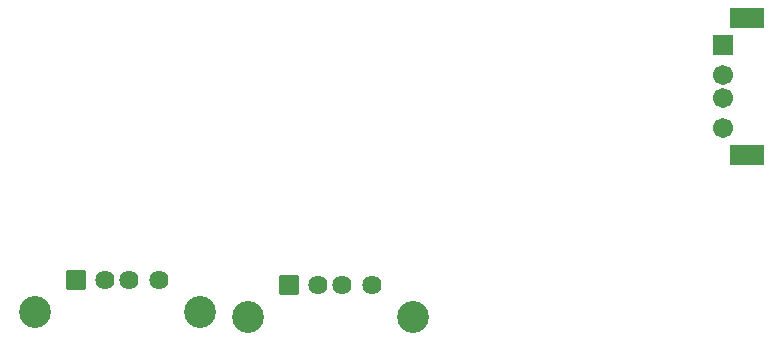
<source format=gbs>
G04 Layer: BottomSolderMaskLayer*
G04 EasyEDA v6.5.44, 2024-07-15 21:32:29*
G04 Gerber Generator version 0.2*
G04 Scale: 100 percent, Rotated: No, Reflected: No *
G04 Dimensions in millimeters *
G04 leading zeros omitted , absolute positions ,4 integer and 5 decimal *
%FSLAX45Y45*%
%MOMM*%

%AMMACRO1*4,1,8,-1.4211,-0.8508,-1.4508,-0.8208,-1.4508,0.8211,-1.4211,0.8508,1.4209,0.8508,1.4508,0.8211,1.4508,-0.8208,1.4209,-0.8508,-1.4211,-0.8508,0*%
%AMMACRO2*4,1,8,-0.8212,-0.8508,-0.8509,-0.8208,-0.8509,0.8211,-0.8212,0.8508,0.8209,0.8508,0.8509,0.8211,0.8509,-0.8208,0.8209,-0.8508,-0.8212,-0.8508,0*%
%AMMACRO3*4,1,8,-0.7831,-0.8128,-0.8128,-0.7828,-0.8128,0.7831,-0.7831,0.8128,0.7828,0.8128,0.8128,0.7831,0.8128,-0.7828,0.7828,-0.8128,-0.7831,-0.8128,0*%
%ADD10MACRO1*%
%ADD11MACRO2*%
%ADD12C,1.7016*%
%ADD13C,2.7016*%
%ADD14C,1.6256*%
%ADD15MACRO3*%

%LPD*%
D10*
G01*
X6673748Y6049403D03*
G01*
X6673748Y7209396D03*
D11*
G01*
X6473748Y6979399D03*
D12*
G01*
X6473748Y6729399D03*
G01*
X6473748Y6529400D03*
G01*
X6473748Y6279387D03*
D13*
G01*
X2444750Y4677790D03*
G01*
X3844747Y4677790D03*
D14*
G01*
X3494735Y4948783D03*
G01*
X3244748Y4948783D03*
G01*
X3044748Y4948783D03*
D15*
G01*
X2794736Y4948783D03*
D13*
G01*
X641350Y4715890D03*
G01*
X2041347Y4715890D03*
D14*
G01*
X1691335Y4986883D03*
G01*
X1441348Y4986883D03*
G01*
X1241348Y4986883D03*
D15*
G01*
X991336Y4986883D03*
M02*

</source>
